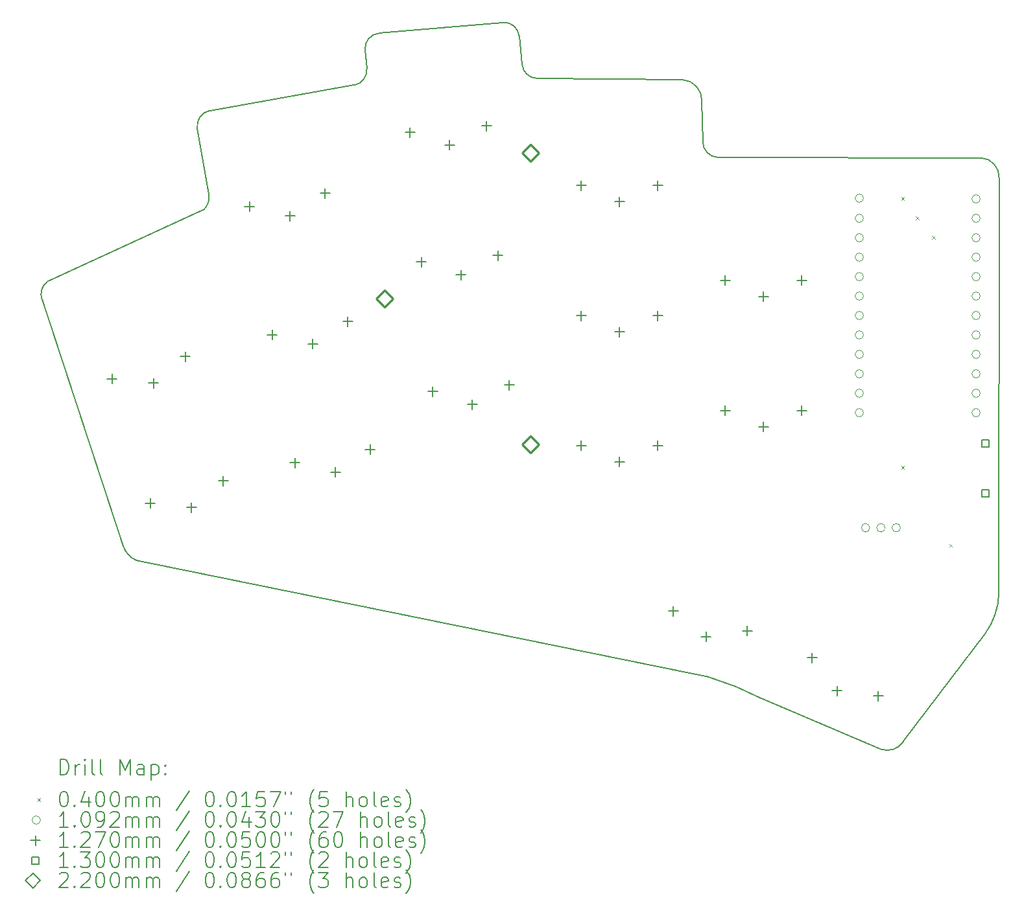
<source format=gbr>
%FSLAX45Y45*%
G04 Gerber Fmt 4.5, Leading zero omitted, Abs format (unit mm)*
G04 Created by KiCad (PCBNEW (6.0.4-0)) date 2022-05-16 08:39:34*
%MOMM*%
%LPD*%
G01*
G04 APERTURE LIST*
%TA.AperFunction,Profile*%
%ADD10C,0.150000*%
%TD*%
%ADD11C,0.200000*%
%ADD12C,0.040000*%
%ADD13C,0.109220*%
%ADD14C,0.127000*%
%ADD15C,0.130000*%
%ADD16C,0.220000*%
G04 APERTURE END LIST*
D10*
X6193308Y11268038D02*
X8077793Y11600323D01*
X12617390Y11393371D02*
G75*
G03*
X12363394Y11672771I-271530J8309D01*
G01*
X4064822Y9026729D02*
G75*
G03*
X4000538Y8804935I127368J-157129D01*
G01*
X4064821Y9026731D02*
X6108103Y9966950D01*
X10469953Y11689307D02*
X12363394Y11672771D01*
X13396679Y3584025D02*
G75*
G03*
X12710879Y3863425I-1793729J-3421425D01*
G01*
X10270710Y11871876D02*
G75*
G03*
X10469953Y11689307I199250J17444D01*
G01*
X16260102Y10651714D02*
X12830714Y10656418D01*
X12627823Y10859110D02*
G75*
G03*
X12830714Y10656418I208327J5640D01*
G01*
X8402406Y12279469D02*
X10016242Y12420661D01*
X14946079Y2923625D02*
G75*
G03*
X15250879Y3025225I90370J236891D01*
G01*
X12710879Y3863425D02*
X5232567Y5391664D01*
X4000538Y8804935D02*
X5064080Y5574684D01*
X5064080Y5574684D02*
G75*
G03*
X5232567Y5391664I284371J92726D01*
G01*
X14946079Y2923625D02*
X13396679Y3584025D01*
X16320418Y4439488D02*
G75*
G03*
X16494826Y4955625I-764421J545843D01*
G01*
X8242303Y11814716D02*
X8220598Y12062799D01*
X6108103Y9966950D02*
G75*
G03*
X6182043Y10176232I-151733J171310D01*
G01*
X16494826Y4955625D02*
X16498230Y10381255D01*
X10232913Y12238854D02*
G75*
G03*
X10016242Y12420661I-199233J-17424D01*
G01*
X15250879Y3025225D02*
X16320418Y4439488D01*
X6031076Y11036347D02*
X6182043Y10176232D01*
X8077794Y11600323D02*
G75*
G03*
X8242303Y11814716I-34724J196957D01*
G01*
X12627819Y10859110D02*
X12617394Y11393371D01*
X16498224Y10381255D02*
G75*
G03*
X16260102Y10651714I-253545J16825D01*
G01*
X10232912Y12238854D02*
X10270714Y11871876D01*
X6193307Y11268044D02*
G75*
G03*
X6031076Y11036347I34733J-196964D01*
G01*
X8402407Y12279462D02*
G75*
G03*
X8220598Y12062799I17423J-199232D01*
G01*
D11*
D12*
X15220000Y10141314D02*
X15260000Y10101314D01*
X15260000Y10141314D02*
X15220000Y10101314D01*
X15220000Y6624000D02*
X15260000Y6584000D01*
X15260000Y6624000D02*
X15220000Y6584000D01*
X15410459Y9885043D02*
X15450459Y9845043D01*
X15450459Y9885043D02*
X15410459Y9845043D01*
X15618978Y9630635D02*
X15658978Y9590635D01*
X15658978Y9630635D02*
X15618978Y9590635D01*
X15846125Y5604462D02*
X15886125Y5564462D01*
X15886125Y5604462D02*
X15846125Y5564462D01*
D13*
X14728331Y10122629D02*
G75*
G03*
X14728331Y10122629I-54610J0D01*
G01*
X14728331Y9860254D02*
G75*
G03*
X14728331Y9860254I-54610J0D01*
G01*
X14728331Y9606254D02*
G75*
G03*
X14728331Y9606254I-54610J0D01*
G01*
X14728331Y9352254D02*
G75*
G03*
X14728331Y9352254I-54610J0D01*
G01*
X14728331Y9098254D02*
G75*
G03*
X14728331Y9098254I-54610J0D01*
G01*
X14728331Y8844254D02*
G75*
G03*
X14728331Y8844254I-54610J0D01*
G01*
X14728331Y8590254D02*
G75*
G03*
X14728331Y8590254I-54610J0D01*
G01*
X14728331Y8336254D02*
G75*
G03*
X14728331Y8336254I-54610J0D01*
G01*
X14728331Y8082254D02*
G75*
G03*
X14728331Y8082254I-54610J0D01*
G01*
X14728331Y7828254D02*
G75*
G03*
X14728331Y7828254I-54610J0D01*
G01*
X14728331Y7574254D02*
G75*
G03*
X14728331Y7574254I-54610J0D01*
G01*
X14728331Y7320254D02*
G75*
G03*
X14728331Y7320254I-54610J0D01*
G01*
X14809150Y5816368D02*
G75*
G03*
X14809150Y5816368I-54610J0D01*
G01*
X15009150Y5816368D02*
G75*
G03*
X15009150Y5816368I-54610J0D01*
G01*
X15209150Y5816368D02*
G75*
G03*
X15209150Y5816368I-54610J0D01*
G01*
X16252331Y10114254D02*
G75*
G03*
X16252331Y10114254I-54610J0D01*
G01*
X16252331Y9860254D02*
G75*
G03*
X16252331Y9860254I-54610J0D01*
G01*
X16252331Y9606254D02*
G75*
G03*
X16252331Y9606254I-54610J0D01*
G01*
X16252331Y9352254D02*
G75*
G03*
X16252331Y9352254I-54610J0D01*
G01*
X16252331Y9098254D02*
G75*
G03*
X16252331Y9098254I-54610J0D01*
G01*
X16252331Y8844254D02*
G75*
G03*
X16252331Y8844254I-54610J0D01*
G01*
X16252331Y8590254D02*
G75*
G03*
X16252331Y8590254I-54610J0D01*
G01*
X16252331Y8336254D02*
G75*
G03*
X16252331Y8336254I-54610J0D01*
G01*
X16252331Y8082254D02*
G75*
G03*
X16252331Y8082254I-54610J0D01*
G01*
X16252331Y7828254D02*
G75*
G03*
X16252331Y7828254I-54610J0D01*
G01*
X16252331Y7574254D02*
G75*
G03*
X16252331Y7574254I-54610J0D01*
G01*
X16252331Y7320254D02*
G75*
G03*
X16252331Y7320254I-54610J0D01*
G01*
D14*
X4917175Y7826915D02*
X4917175Y7699915D01*
X4853675Y7763415D02*
X4980675Y7763415D01*
X5414207Y6201196D02*
X5414207Y6074196D01*
X5350707Y6137696D02*
X5477707Y6137696D01*
X5456725Y7772276D02*
X5456725Y7645276D01*
X5393225Y7708776D02*
X5520225Y7708776D01*
X5456725Y7772276D02*
X5456725Y7645276D01*
X5393225Y7708776D02*
X5520225Y7708776D01*
X5873479Y8119286D02*
X5873479Y7992286D01*
X5809979Y8055786D02*
X5936979Y8055786D01*
X5953757Y6146558D02*
X5953757Y6019558D01*
X5890257Y6083058D02*
X6017257Y6083058D01*
X5953757Y6146558D02*
X5953757Y6019558D01*
X5890257Y6083058D02*
X6017257Y6083058D01*
X6370511Y6493568D02*
X6370511Y6366568D01*
X6307011Y6430068D02*
X6434011Y6430068D01*
X6712293Y10076956D02*
X6712293Y9949956D01*
X6648793Y10013456D02*
X6775793Y10013456D01*
X7007495Y8402783D02*
X7007495Y8275782D01*
X6943995Y8339282D02*
X7070995Y8339282D01*
X7241163Y9956970D02*
X7241163Y9829970D01*
X7177663Y9893470D02*
X7304663Y9893470D01*
X7241163Y9956970D02*
X7241163Y9829970D01*
X7177663Y9893470D02*
X7304663Y9893470D01*
X7302697Y6728609D02*
X7302697Y6601609D01*
X7239197Y6665109D02*
X7366197Y6665109D01*
X7536365Y8282797D02*
X7536365Y8155797D01*
X7472865Y8219297D02*
X7599865Y8219297D01*
X7536365Y8282797D02*
X7536365Y8155797D01*
X7472865Y8219297D02*
X7599865Y8219297D01*
X7697101Y10250604D02*
X7697101Y10123604D01*
X7633601Y10187104D02*
X7760601Y10187104D01*
X7831567Y6608624D02*
X7831567Y6481624D01*
X7768067Y6545124D02*
X7895067Y6545124D01*
X7831567Y6608624D02*
X7831567Y6481624D01*
X7768067Y6545124D02*
X7895067Y6545124D01*
X7992303Y8576431D02*
X7992303Y8449431D01*
X7928803Y8512931D02*
X8055803Y8512931D01*
X8287505Y6902257D02*
X8287505Y6775257D01*
X8224005Y6838757D02*
X8351005Y6838757D01*
X8809021Y11046316D02*
X8809021Y10919316D01*
X8745521Y10982816D02*
X8872521Y10982816D01*
X8957186Y9352785D02*
X8957186Y9225785D01*
X8893686Y9289285D02*
X9020686Y9289285D01*
X9105351Y7659254D02*
X9105351Y7532254D01*
X9041851Y7595754D02*
X9168851Y7595754D01*
X9325422Y10880693D02*
X9325422Y10753693D01*
X9261922Y10817193D02*
X9388922Y10817193D01*
X9325422Y10880693D02*
X9325422Y10753693D01*
X9261922Y10817193D02*
X9388922Y10817193D01*
X9473586Y9187162D02*
X9473586Y9060162D01*
X9410086Y9123662D02*
X9537086Y9123662D01*
X9473586Y9187162D02*
X9473586Y9060162D01*
X9410086Y9123662D02*
X9537086Y9123662D01*
X9621751Y7493631D02*
X9621751Y7366631D01*
X9558251Y7430131D02*
X9685251Y7430131D01*
X9621751Y7493631D02*
X9621751Y7366631D01*
X9558251Y7430131D02*
X9685251Y7430131D01*
X9805216Y11133472D02*
X9805216Y11006472D01*
X9741716Y11069972D02*
X9868716Y11069972D01*
X9953381Y9439941D02*
X9953381Y9312941D01*
X9889881Y9376441D02*
X10016881Y9376441D01*
X10101546Y7746410D02*
X10101546Y7619410D01*
X10038046Y7682910D02*
X10165046Y7682910D01*
X11041109Y10352102D02*
X11041109Y10225102D01*
X10977609Y10288602D02*
X11104609Y10288602D01*
X11041109Y8652102D02*
X11041109Y8525102D01*
X10977609Y8588602D02*
X11104609Y8588602D01*
X11041109Y6952102D02*
X11041109Y6825102D01*
X10977609Y6888602D02*
X11104609Y6888602D01*
X11541109Y10142102D02*
X11541109Y10015102D01*
X11477609Y10078602D02*
X11604609Y10078602D01*
X11541109Y10142102D02*
X11541109Y10015102D01*
X11477609Y10078602D02*
X11604609Y10078602D01*
X11541109Y8442102D02*
X11541109Y8315102D01*
X11477609Y8378602D02*
X11604609Y8378602D01*
X11541109Y8442102D02*
X11541109Y8315102D01*
X11477609Y8378602D02*
X11604609Y8378602D01*
X11541109Y6742102D02*
X11541109Y6615102D01*
X11477609Y6678602D02*
X11604609Y6678602D01*
X11541109Y6742102D02*
X11541109Y6615102D01*
X11477609Y6678602D02*
X11604609Y6678602D01*
X12041109Y10352102D02*
X12041109Y10225102D01*
X11977609Y10288602D02*
X12104609Y10288602D01*
X12041109Y8652102D02*
X12041109Y8525102D01*
X11977609Y8588602D02*
X12104609Y8588602D01*
X12041109Y6952102D02*
X12041109Y6825102D01*
X11977609Y6888602D02*
X12104609Y6888602D01*
X12242592Y4790768D02*
X12242592Y4663768D01*
X12179092Y4727268D02*
X12306092Y4727268D01*
X12671203Y4458514D02*
X12671203Y4331514D01*
X12607703Y4395014D02*
X12734703Y4395014D01*
X12671203Y4458514D02*
X12671203Y4331514D01*
X12607703Y4395014D02*
X12734703Y4395014D01*
X12921828Y9111385D02*
X12921828Y8984385D01*
X12858328Y9047885D02*
X12985328Y9047885D01*
X12921828Y7411385D02*
X12921828Y7284385D01*
X12858328Y7347885D02*
X12985328Y7347885D01*
X13208518Y4531949D02*
X13208518Y4404949D01*
X13145018Y4468449D02*
X13272018Y4468449D01*
X13421828Y8901385D02*
X13421828Y8774385D01*
X13358328Y8837885D02*
X13485328Y8837885D01*
X13421828Y8901385D02*
X13421828Y8774385D01*
X13358328Y8837885D02*
X13485328Y8837885D01*
X13421828Y7201385D02*
X13421828Y7074385D01*
X13358328Y7137885D02*
X13485328Y7137885D01*
X13421828Y7201385D02*
X13421828Y7074385D01*
X13358328Y7137885D02*
X13485328Y7137885D01*
X13921828Y9111385D02*
X13921828Y8984385D01*
X13858328Y9047885D02*
X13985328Y9047885D01*
X13921828Y7411385D02*
X13921828Y7284385D01*
X13858328Y7347885D02*
X13985328Y7347885D01*
X14054654Y4181468D02*
X14054654Y4054468D01*
X13991154Y4117968D02*
X14118154Y4117968D01*
X14382666Y3749603D02*
X14382666Y3622603D01*
X14319166Y3686103D02*
X14446166Y3686103D01*
X14382666Y3749603D02*
X14382666Y3622603D01*
X14319166Y3686103D02*
X14446166Y3686103D01*
X14920679Y3681468D02*
X14920679Y3554468D01*
X14857179Y3617968D02*
X14984179Y3617968D01*
D15*
X16366281Y6869289D02*
X16366281Y6961214D01*
X16274357Y6961214D01*
X16274357Y6869289D01*
X16366281Y6869289D01*
X16366281Y6219289D02*
X16366281Y6311214D01*
X16274357Y6311214D01*
X16274357Y6219289D01*
X16366281Y6219289D01*
D16*
X8474722Y8704143D02*
X8584722Y8814143D01*
X8474722Y8924143D01*
X8364722Y8814143D01*
X8474722Y8704143D01*
X10379722Y10609143D02*
X10489722Y10719143D01*
X10379722Y10829143D01*
X10269722Y10719143D01*
X10379722Y10609143D01*
X10379722Y6799143D02*
X10489722Y6909143D01*
X10379722Y7019143D01*
X10269722Y6909143D01*
X10379722Y6799143D01*
D11*
X4240042Y2588997D02*
X4240042Y2788997D01*
X4287661Y2788997D01*
X4316233Y2779473D01*
X4335280Y2760426D01*
X4344804Y2741378D01*
X4354328Y2703283D01*
X4354328Y2674711D01*
X4344804Y2636616D01*
X4335280Y2617568D01*
X4316233Y2598521D01*
X4287661Y2588997D01*
X4240042Y2588997D01*
X4440042Y2588997D02*
X4440042Y2722330D01*
X4440042Y2684235D02*
X4449566Y2703283D01*
X4459090Y2712807D01*
X4478137Y2722330D01*
X4497185Y2722330D01*
X4563852Y2588997D02*
X4563852Y2722330D01*
X4563852Y2788997D02*
X4554328Y2779473D01*
X4563852Y2769949D01*
X4573375Y2779473D01*
X4563852Y2788997D01*
X4563852Y2769949D01*
X4687661Y2588997D02*
X4668614Y2598521D01*
X4659090Y2617568D01*
X4659090Y2788997D01*
X4792423Y2588997D02*
X4773375Y2598521D01*
X4763852Y2617568D01*
X4763852Y2788997D01*
X5020995Y2588997D02*
X5020995Y2788997D01*
X5087661Y2646140D01*
X5154328Y2788997D01*
X5154328Y2588997D01*
X5335280Y2588997D02*
X5335280Y2693759D01*
X5325756Y2712807D01*
X5306709Y2722330D01*
X5268614Y2722330D01*
X5249566Y2712807D01*
X5335280Y2598521D02*
X5316233Y2588997D01*
X5268614Y2588997D01*
X5249566Y2598521D01*
X5240042Y2617568D01*
X5240042Y2636616D01*
X5249566Y2655664D01*
X5268614Y2665187D01*
X5316233Y2665187D01*
X5335280Y2674711D01*
X5430518Y2722330D02*
X5430518Y2522330D01*
X5430518Y2712807D02*
X5449566Y2722330D01*
X5487661Y2722330D01*
X5506709Y2712807D01*
X5516233Y2703283D01*
X5525756Y2684235D01*
X5525756Y2627092D01*
X5516233Y2608045D01*
X5506709Y2598521D01*
X5487661Y2588997D01*
X5449566Y2588997D01*
X5430518Y2598521D01*
X5611471Y2608045D02*
X5620994Y2598521D01*
X5611471Y2588997D01*
X5601947Y2598521D01*
X5611471Y2608045D01*
X5611471Y2588997D01*
X5611471Y2712807D02*
X5620994Y2703283D01*
X5611471Y2693759D01*
X5601947Y2703283D01*
X5611471Y2712807D01*
X5611471Y2693759D01*
D12*
X3942423Y2279473D02*
X3982423Y2239473D01*
X3982423Y2279473D02*
X3942423Y2239473D01*
D11*
X4278137Y2368997D02*
X4297185Y2368997D01*
X4316233Y2359473D01*
X4325756Y2349949D01*
X4335280Y2330902D01*
X4344804Y2292807D01*
X4344804Y2245187D01*
X4335280Y2207092D01*
X4325756Y2188045D01*
X4316233Y2178521D01*
X4297185Y2168997D01*
X4278137Y2168997D01*
X4259090Y2178521D01*
X4249566Y2188045D01*
X4240042Y2207092D01*
X4230518Y2245187D01*
X4230518Y2292807D01*
X4240042Y2330902D01*
X4249566Y2349949D01*
X4259090Y2359473D01*
X4278137Y2368997D01*
X4430518Y2188045D02*
X4440042Y2178521D01*
X4430518Y2168997D01*
X4420995Y2178521D01*
X4430518Y2188045D01*
X4430518Y2168997D01*
X4611471Y2302330D02*
X4611471Y2168997D01*
X4563852Y2378521D02*
X4516233Y2235664D01*
X4640042Y2235664D01*
X4754328Y2368997D02*
X4773375Y2368997D01*
X4792423Y2359473D01*
X4801947Y2349949D01*
X4811471Y2330902D01*
X4820995Y2292807D01*
X4820995Y2245187D01*
X4811471Y2207092D01*
X4801947Y2188045D01*
X4792423Y2178521D01*
X4773375Y2168997D01*
X4754328Y2168997D01*
X4735280Y2178521D01*
X4725756Y2188045D01*
X4716233Y2207092D01*
X4706709Y2245187D01*
X4706709Y2292807D01*
X4716233Y2330902D01*
X4725756Y2349949D01*
X4735280Y2359473D01*
X4754328Y2368997D01*
X4944804Y2368997D02*
X4963852Y2368997D01*
X4982899Y2359473D01*
X4992423Y2349949D01*
X5001947Y2330902D01*
X5011471Y2292807D01*
X5011471Y2245187D01*
X5001947Y2207092D01*
X4992423Y2188045D01*
X4982899Y2178521D01*
X4963852Y2168997D01*
X4944804Y2168997D01*
X4925756Y2178521D01*
X4916233Y2188045D01*
X4906709Y2207092D01*
X4897185Y2245187D01*
X4897185Y2292807D01*
X4906709Y2330902D01*
X4916233Y2349949D01*
X4925756Y2359473D01*
X4944804Y2368997D01*
X5097185Y2168997D02*
X5097185Y2302330D01*
X5097185Y2283283D02*
X5106709Y2292807D01*
X5125756Y2302330D01*
X5154328Y2302330D01*
X5173375Y2292807D01*
X5182899Y2273759D01*
X5182899Y2168997D01*
X5182899Y2273759D02*
X5192423Y2292807D01*
X5211471Y2302330D01*
X5240042Y2302330D01*
X5259090Y2292807D01*
X5268614Y2273759D01*
X5268614Y2168997D01*
X5363852Y2168997D02*
X5363852Y2302330D01*
X5363852Y2283283D02*
X5373375Y2292807D01*
X5392423Y2302330D01*
X5420995Y2302330D01*
X5440042Y2292807D01*
X5449566Y2273759D01*
X5449566Y2168997D01*
X5449566Y2273759D02*
X5459090Y2292807D01*
X5478137Y2302330D01*
X5506709Y2302330D01*
X5525756Y2292807D01*
X5535280Y2273759D01*
X5535280Y2168997D01*
X5925756Y2378521D02*
X5754328Y2121378D01*
X6182899Y2368997D02*
X6201947Y2368997D01*
X6220994Y2359473D01*
X6230518Y2349949D01*
X6240042Y2330902D01*
X6249566Y2292807D01*
X6249566Y2245187D01*
X6240042Y2207092D01*
X6230518Y2188045D01*
X6220994Y2178521D01*
X6201947Y2168997D01*
X6182899Y2168997D01*
X6163852Y2178521D01*
X6154328Y2188045D01*
X6144804Y2207092D01*
X6135280Y2245187D01*
X6135280Y2292807D01*
X6144804Y2330902D01*
X6154328Y2349949D01*
X6163852Y2359473D01*
X6182899Y2368997D01*
X6335280Y2188045D02*
X6344804Y2178521D01*
X6335280Y2168997D01*
X6325756Y2178521D01*
X6335280Y2188045D01*
X6335280Y2168997D01*
X6468613Y2368997D02*
X6487661Y2368997D01*
X6506709Y2359473D01*
X6516233Y2349949D01*
X6525756Y2330902D01*
X6535280Y2292807D01*
X6535280Y2245187D01*
X6525756Y2207092D01*
X6516233Y2188045D01*
X6506709Y2178521D01*
X6487661Y2168997D01*
X6468613Y2168997D01*
X6449566Y2178521D01*
X6440042Y2188045D01*
X6430518Y2207092D01*
X6420994Y2245187D01*
X6420994Y2292807D01*
X6430518Y2330902D01*
X6440042Y2349949D01*
X6449566Y2359473D01*
X6468613Y2368997D01*
X6725756Y2168997D02*
X6611471Y2168997D01*
X6668613Y2168997D02*
X6668613Y2368997D01*
X6649566Y2340426D01*
X6630518Y2321378D01*
X6611471Y2311854D01*
X6906709Y2368997D02*
X6811471Y2368997D01*
X6801947Y2273759D01*
X6811471Y2283283D01*
X6830518Y2292807D01*
X6878137Y2292807D01*
X6897185Y2283283D01*
X6906709Y2273759D01*
X6916233Y2254711D01*
X6916233Y2207092D01*
X6906709Y2188045D01*
X6897185Y2178521D01*
X6878137Y2168997D01*
X6830518Y2168997D01*
X6811471Y2178521D01*
X6801947Y2188045D01*
X6982899Y2368997D02*
X7116233Y2368997D01*
X7030518Y2168997D01*
X7182899Y2368997D02*
X7182899Y2330902D01*
X7259090Y2368997D02*
X7259090Y2330902D01*
X7554328Y2092806D02*
X7544804Y2102330D01*
X7525756Y2130902D01*
X7516233Y2149949D01*
X7506709Y2178521D01*
X7497185Y2226140D01*
X7497185Y2264235D01*
X7506709Y2311854D01*
X7516233Y2340426D01*
X7525756Y2359473D01*
X7544804Y2388045D01*
X7554328Y2397568D01*
X7725756Y2368997D02*
X7630518Y2368997D01*
X7620994Y2273759D01*
X7630518Y2283283D01*
X7649566Y2292807D01*
X7697185Y2292807D01*
X7716233Y2283283D01*
X7725756Y2273759D01*
X7735280Y2254711D01*
X7735280Y2207092D01*
X7725756Y2188045D01*
X7716233Y2178521D01*
X7697185Y2168997D01*
X7649566Y2168997D01*
X7630518Y2178521D01*
X7620994Y2188045D01*
X7973375Y2168997D02*
X7973375Y2368997D01*
X8059090Y2168997D02*
X8059090Y2273759D01*
X8049566Y2292807D01*
X8030518Y2302330D01*
X8001947Y2302330D01*
X7982899Y2292807D01*
X7973375Y2283283D01*
X8182899Y2168997D02*
X8163852Y2178521D01*
X8154328Y2188045D01*
X8144804Y2207092D01*
X8144804Y2264235D01*
X8154328Y2283283D01*
X8163852Y2292807D01*
X8182899Y2302330D01*
X8211471Y2302330D01*
X8230518Y2292807D01*
X8240042Y2283283D01*
X8249566Y2264235D01*
X8249566Y2207092D01*
X8240042Y2188045D01*
X8230518Y2178521D01*
X8211471Y2168997D01*
X8182899Y2168997D01*
X8363852Y2168997D02*
X8344804Y2178521D01*
X8335280Y2197568D01*
X8335280Y2368997D01*
X8516233Y2178521D02*
X8497185Y2168997D01*
X8459090Y2168997D01*
X8440042Y2178521D01*
X8430518Y2197568D01*
X8430518Y2273759D01*
X8440042Y2292807D01*
X8459090Y2302330D01*
X8497185Y2302330D01*
X8516233Y2292807D01*
X8525756Y2273759D01*
X8525756Y2254711D01*
X8430518Y2235664D01*
X8601947Y2178521D02*
X8620995Y2168997D01*
X8659090Y2168997D01*
X8678137Y2178521D01*
X8687661Y2197568D01*
X8687661Y2207092D01*
X8678137Y2226140D01*
X8659090Y2235664D01*
X8630518Y2235664D01*
X8611471Y2245187D01*
X8601947Y2264235D01*
X8601947Y2273759D01*
X8611471Y2292807D01*
X8630518Y2302330D01*
X8659090Y2302330D01*
X8678137Y2292807D01*
X8754328Y2092806D02*
X8763852Y2102330D01*
X8782899Y2130902D01*
X8792423Y2149949D01*
X8801947Y2178521D01*
X8811471Y2226140D01*
X8811471Y2264235D01*
X8801947Y2311854D01*
X8792423Y2340426D01*
X8782899Y2359473D01*
X8763852Y2388045D01*
X8754328Y2397568D01*
D13*
X3982423Y1995473D02*
G75*
G03*
X3982423Y1995473I-54610J0D01*
G01*
D11*
X4344804Y1904997D02*
X4230518Y1904997D01*
X4287661Y1904997D02*
X4287661Y2104997D01*
X4268614Y2076425D01*
X4249566Y2057378D01*
X4230518Y2047854D01*
X4430518Y1924045D02*
X4440042Y1914521D01*
X4430518Y1904997D01*
X4420995Y1914521D01*
X4430518Y1924045D01*
X4430518Y1904997D01*
X4563852Y2104997D02*
X4582899Y2104997D01*
X4601947Y2095473D01*
X4611471Y2085949D01*
X4620995Y2066902D01*
X4630518Y2028806D01*
X4630518Y1981187D01*
X4620995Y1943092D01*
X4611471Y1924045D01*
X4601947Y1914521D01*
X4582899Y1904997D01*
X4563852Y1904997D01*
X4544804Y1914521D01*
X4535280Y1924045D01*
X4525756Y1943092D01*
X4516233Y1981187D01*
X4516233Y2028806D01*
X4525756Y2066902D01*
X4535280Y2085949D01*
X4544804Y2095473D01*
X4563852Y2104997D01*
X4725756Y1904997D02*
X4763852Y1904997D01*
X4782899Y1914521D01*
X4792423Y1924045D01*
X4811471Y1952616D01*
X4820995Y1990711D01*
X4820995Y2066902D01*
X4811471Y2085949D01*
X4801947Y2095473D01*
X4782899Y2104997D01*
X4744804Y2104997D01*
X4725756Y2095473D01*
X4716233Y2085949D01*
X4706709Y2066902D01*
X4706709Y2019283D01*
X4716233Y2000235D01*
X4725756Y1990711D01*
X4744804Y1981187D01*
X4782899Y1981187D01*
X4801947Y1990711D01*
X4811471Y2000235D01*
X4820995Y2019283D01*
X4897185Y2085949D02*
X4906709Y2095473D01*
X4925756Y2104997D01*
X4973375Y2104997D01*
X4992423Y2095473D01*
X5001947Y2085949D01*
X5011471Y2066902D01*
X5011471Y2047854D01*
X5001947Y2019283D01*
X4887661Y1904997D01*
X5011471Y1904997D01*
X5097185Y1904997D02*
X5097185Y2038330D01*
X5097185Y2019283D02*
X5106709Y2028806D01*
X5125756Y2038330D01*
X5154328Y2038330D01*
X5173375Y2028806D01*
X5182899Y2009759D01*
X5182899Y1904997D01*
X5182899Y2009759D02*
X5192423Y2028806D01*
X5211471Y2038330D01*
X5240042Y2038330D01*
X5259090Y2028806D01*
X5268614Y2009759D01*
X5268614Y1904997D01*
X5363852Y1904997D02*
X5363852Y2038330D01*
X5363852Y2019283D02*
X5373375Y2028806D01*
X5392423Y2038330D01*
X5420995Y2038330D01*
X5440042Y2028806D01*
X5449566Y2009759D01*
X5449566Y1904997D01*
X5449566Y2009759D02*
X5459090Y2028806D01*
X5478137Y2038330D01*
X5506709Y2038330D01*
X5525756Y2028806D01*
X5535280Y2009759D01*
X5535280Y1904997D01*
X5925756Y2114521D02*
X5754328Y1857378D01*
X6182899Y2104997D02*
X6201947Y2104997D01*
X6220994Y2095473D01*
X6230518Y2085949D01*
X6240042Y2066902D01*
X6249566Y2028806D01*
X6249566Y1981187D01*
X6240042Y1943092D01*
X6230518Y1924045D01*
X6220994Y1914521D01*
X6201947Y1904997D01*
X6182899Y1904997D01*
X6163852Y1914521D01*
X6154328Y1924045D01*
X6144804Y1943092D01*
X6135280Y1981187D01*
X6135280Y2028806D01*
X6144804Y2066902D01*
X6154328Y2085949D01*
X6163852Y2095473D01*
X6182899Y2104997D01*
X6335280Y1924045D02*
X6344804Y1914521D01*
X6335280Y1904997D01*
X6325756Y1914521D01*
X6335280Y1924045D01*
X6335280Y1904997D01*
X6468613Y2104997D02*
X6487661Y2104997D01*
X6506709Y2095473D01*
X6516233Y2085949D01*
X6525756Y2066902D01*
X6535280Y2028806D01*
X6535280Y1981187D01*
X6525756Y1943092D01*
X6516233Y1924045D01*
X6506709Y1914521D01*
X6487661Y1904997D01*
X6468613Y1904997D01*
X6449566Y1914521D01*
X6440042Y1924045D01*
X6430518Y1943092D01*
X6420994Y1981187D01*
X6420994Y2028806D01*
X6430518Y2066902D01*
X6440042Y2085949D01*
X6449566Y2095473D01*
X6468613Y2104997D01*
X6706709Y2038330D02*
X6706709Y1904997D01*
X6659090Y2114521D02*
X6611471Y1971664D01*
X6735280Y1971664D01*
X6792423Y2104997D02*
X6916233Y2104997D01*
X6849566Y2028806D01*
X6878137Y2028806D01*
X6897185Y2019283D01*
X6906709Y2009759D01*
X6916233Y1990711D01*
X6916233Y1943092D01*
X6906709Y1924045D01*
X6897185Y1914521D01*
X6878137Y1904997D01*
X6820994Y1904997D01*
X6801947Y1914521D01*
X6792423Y1924045D01*
X7040042Y2104997D02*
X7059090Y2104997D01*
X7078137Y2095473D01*
X7087661Y2085949D01*
X7097185Y2066902D01*
X7106709Y2028806D01*
X7106709Y1981187D01*
X7097185Y1943092D01*
X7087661Y1924045D01*
X7078137Y1914521D01*
X7059090Y1904997D01*
X7040042Y1904997D01*
X7020994Y1914521D01*
X7011471Y1924045D01*
X7001947Y1943092D01*
X6992423Y1981187D01*
X6992423Y2028806D01*
X7001947Y2066902D01*
X7011471Y2085949D01*
X7020994Y2095473D01*
X7040042Y2104997D01*
X7182899Y2104997D02*
X7182899Y2066902D01*
X7259090Y2104997D02*
X7259090Y2066902D01*
X7554328Y1828806D02*
X7544804Y1838330D01*
X7525756Y1866902D01*
X7516233Y1885949D01*
X7506709Y1914521D01*
X7497185Y1962140D01*
X7497185Y2000235D01*
X7506709Y2047854D01*
X7516233Y2076425D01*
X7525756Y2095473D01*
X7544804Y2124045D01*
X7554328Y2133568D01*
X7620994Y2085949D02*
X7630518Y2095473D01*
X7649566Y2104997D01*
X7697185Y2104997D01*
X7716233Y2095473D01*
X7725756Y2085949D01*
X7735280Y2066902D01*
X7735280Y2047854D01*
X7725756Y2019283D01*
X7611471Y1904997D01*
X7735280Y1904997D01*
X7801947Y2104997D02*
X7935280Y2104997D01*
X7849566Y1904997D01*
X8163852Y1904997D02*
X8163852Y2104997D01*
X8249566Y1904997D02*
X8249566Y2009759D01*
X8240042Y2028806D01*
X8220994Y2038330D01*
X8192423Y2038330D01*
X8173375Y2028806D01*
X8163852Y2019283D01*
X8373375Y1904997D02*
X8354328Y1914521D01*
X8344804Y1924045D01*
X8335280Y1943092D01*
X8335280Y2000235D01*
X8344804Y2019283D01*
X8354328Y2028806D01*
X8373375Y2038330D01*
X8401947Y2038330D01*
X8420995Y2028806D01*
X8430518Y2019283D01*
X8440042Y2000235D01*
X8440042Y1943092D01*
X8430518Y1924045D01*
X8420995Y1914521D01*
X8401947Y1904997D01*
X8373375Y1904997D01*
X8554328Y1904997D02*
X8535280Y1914521D01*
X8525756Y1933568D01*
X8525756Y2104997D01*
X8706709Y1914521D02*
X8687661Y1904997D01*
X8649566Y1904997D01*
X8630518Y1914521D01*
X8620995Y1933568D01*
X8620995Y2009759D01*
X8630518Y2028806D01*
X8649566Y2038330D01*
X8687661Y2038330D01*
X8706709Y2028806D01*
X8716233Y2009759D01*
X8716233Y1990711D01*
X8620995Y1971664D01*
X8792423Y1914521D02*
X8811471Y1904997D01*
X8849566Y1904997D01*
X8868614Y1914521D01*
X8878137Y1933568D01*
X8878137Y1943092D01*
X8868614Y1962140D01*
X8849566Y1971664D01*
X8820995Y1971664D01*
X8801947Y1981187D01*
X8792423Y2000235D01*
X8792423Y2009759D01*
X8801947Y2028806D01*
X8820995Y2038330D01*
X8849566Y2038330D01*
X8868614Y2028806D01*
X8944804Y1828806D02*
X8954328Y1838330D01*
X8973375Y1866902D01*
X8982899Y1885949D01*
X8992423Y1914521D01*
X9001947Y1962140D01*
X9001947Y2000235D01*
X8992423Y2047854D01*
X8982899Y2076425D01*
X8973375Y2095473D01*
X8954328Y2124045D01*
X8944804Y2133568D01*
D14*
X3918923Y1794973D02*
X3918923Y1667973D01*
X3855423Y1731473D02*
X3982423Y1731473D01*
D11*
X4344804Y1640997D02*
X4230518Y1640997D01*
X4287661Y1640997D02*
X4287661Y1840997D01*
X4268614Y1812425D01*
X4249566Y1793378D01*
X4230518Y1783854D01*
X4430518Y1660045D02*
X4440042Y1650521D01*
X4430518Y1640997D01*
X4420995Y1650521D01*
X4430518Y1660045D01*
X4430518Y1640997D01*
X4516233Y1821949D02*
X4525756Y1831473D01*
X4544804Y1840997D01*
X4592423Y1840997D01*
X4611471Y1831473D01*
X4620995Y1821949D01*
X4630518Y1802902D01*
X4630518Y1783854D01*
X4620995Y1755283D01*
X4506709Y1640997D01*
X4630518Y1640997D01*
X4697185Y1840997D02*
X4830518Y1840997D01*
X4744804Y1640997D01*
X4944804Y1840997D02*
X4963852Y1840997D01*
X4982899Y1831473D01*
X4992423Y1821949D01*
X5001947Y1802902D01*
X5011471Y1764806D01*
X5011471Y1717187D01*
X5001947Y1679092D01*
X4992423Y1660045D01*
X4982899Y1650521D01*
X4963852Y1640997D01*
X4944804Y1640997D01*
X4925756Y1650521D01*
X4916233Y1660045D01*
X4906709Y1679092D01*
X4897185Y1717187D01*
X4897185Y1764806D01*
X4906709Y1802902D01*
X4916233Y1821949D01*
X4925756Y1831473D01*
X4944804Y1840997D01*
X5097185Y1640997D02*
X5097185Y1774330D01*
X5097185Y1755283D02*
X5106709Y1764806D01*
X5125756Y1774330D01*
X5154328Y1774330D01*
X5173375Y1764806D01*
X5182899Y1745759D01*
X5182899Y1640997D01*
X5182899Y1745759D02*
X5192423Y1764806D01*
X5211471Y1774330D01*
X5240042Y1774330D01*
X5259090Y1764806D01*
X5268614Y1745759D01*
X5268614Y1640997D01*
X5363852Y1640997D02*
X5363852Y1774330D01*
X5363852Y1755283D02*
X5373375Y1764806D01*
X5392423Y1774330D01*
X5420995Y1774330D01*
X5440042Y1764806D01*
X5449566Y1745759D01*
X5449566Y1640997D01*
X5449566Y1745759D02*
X5459090Y1764806D01*
X5478137Y1774330D01*
X5506709Y1774330D01*
X5525756Y1764806D01*
X5535280Y1745759D01*
X5535280Y1640997D01*
X5925756Y1850521D02*
X5754328Y1593378D01*
X6182899Y1840997D02*
X6201947Y1840997D01*
X6220994Y1831473D01*
X6230518Y1821949D01*
X6240042Y1802902D01*
X6249566Y1764806D01*
X6249566Y1717187D01*
X6240042Y1679092D01*
X6230518Y1660045D01*
X6220994Y1650521D01*
X6201947Y1640997D01*
X6182899Y1640997D01*
X6163852Y1650521D01*
X6154328Y1660045D01*
X6144804Y1679092D01*
X6135280Y1717187D01*
X6135280Y1764806D01*
X6144804Y1802902D01*
X6154328Y1821949D01*
X6163852Y1831473D01*
X6182899Y1840997D01*
X6335280Y1660045D02*
X6344804Y1650521D01*
X6335280Y1640997D01*
X6325756Y1650521D01*
X6335280Y1660045D01*
X6335280Y1640997D01*
X6468613Y1840997D02*
X6487661Y1840997D01*
X6506709Y1831473D01*
X6516233Y1821949D01*
X6525756Y1802902D01*
X6535280Y1764806D01*
X6535280Y1717187D01*
X6525756Y1679092D01*
X6516233Y1660045D01*
X6506709Y1650521D01*
X6487661Y1640997D01*
X6468613Y1640997D01*
X6449566Y1650521D01*
X6440042Y1660045D01*
X6430518Y1679092D01*
X6420994Y1717187D01*
X6420994Y1764806D01*
X6430518Y1802902D01*
X6440042Y1821949D01*
X6449566Y1831473D01*
X6468613Y1840997D01*
X6716233Y1840997D02*
X6620994Y1840997D01*
X6611471Y1745759D01*
X6620994Y1755283D01*
X6640042Y1764806D01*
X6687661Y1764806D01*
X6706709Y1755283D01*
X6716233Y1745759D01*
X6725756Y1726711D01*
X6725756Y1679092D01*
X6716233Y1660045D01*
X6706709Y1650521D01*
X6687661Y1640997D01*
X6640042Y1640997D01*
X6620994Y1650521D01*
X6611471Y1660045D01*
X6849566Y1840997D02*
X6868613Y1840997D01*
X6887661Y1831473D01*
X6897185Y1821949D01*
X6906709Y1802902D01*
X6916233Y1764806D01*
X6916233Y1717187D01*
X6906709Y1679092D01*
X6897185Y1660045D01*
X6887661Y1650521D01*
X6868613Y1640997D01*
X6849566Y1640997D01*
X6830518Y1650521D01*
X6820994Y1660045D01*
X6811471Y1679092D01*
X6801947Y1717187D01*
X6801947Y1764806D01*
X6811471Y1802902D01*
X6820994Y1821949D01*
X6830518Y1831473D01*
X6849566Y1840997D01*
X7040042Y1840997D02*
X7059090Y1840997D01*
X7078137Y1831473D01*
X7087661Y1821949D01*
X7097185Y1802902D01*
X7106709Y1764806D01*
X7106709Y1717187D01*
X7097185Y1679092D01*
X7087661Y1660045D01*
X7078137Y1650521D01*
X7059090Y1640997D01*
X7040042Y1640997D01*
X7020994Y1650521D01*
X7011471Y1660045D01*
X7001947Y1679092D01*
X6992423Y1717187D01*
X6992423Y1764806D01*
X7001947Y1802902D01*
X7011471Y1821949D01*
X7020994Y1831473D01*
X7040042Y1840997D01*
X7182899Y1840997D02*
X7182899Y1802902D01*
X7259090Y1840997D02*
X7259090Y1802902D01*
X7554328Y1564806D02*
X7544804Y1574330D01*
X7525756Y1602902D01*
X7516233Y1621949D01*
X7506709Y1650521D01*
X7497185Y1698140D01*
X7497185Y1736235D01*
X7506709Y1783854D01*
X7516233Y1812425D01*
X7525756Y1831473D01*
X7544804Y1860045D01*
X7554328Y1869568D01*
X7716233Y1840997D02*
X7678137Y1840997D01*
X7659090Y1831473D01*
X7649566Y1821949D01*
X7630518Y1793378D01*
X7620994Y1755283D01*
X7620994Y1679092D01*
X7630518Y1660045D01*
X7640042Y1650521D01*
X7659090Y1640997D01*
X7697185Y1640997D01*
X7716233Y1650521D01*
X7725756Y1660045D01*
X7735280Y1679092D01*
X7735280Y1726711D01*
X7725756Y1745759D01*
X7716233Y1755283D01*
X7697185Y1764806D01*
X7659090Y1764806D01*
X7640042Y1755283D01*
X7630518Y1745759D01*
X7620994Y1726711D01*
X7859090Y1840997D02*
X7878137Y1840997D01*
X7897185Y1831473D01*
X7906709Y1821949D01*
X7916233Y1802902D01*
X7925756Y1764806D01*
X7925756Y1717187D01*
X7916233Y1679092D01*
X7906709Y1660045D01*
X7897185Y1650521D01*
X7878137Y1640997D01*
X7859090Y1640997D01*
X7840042Y1650521D01*
X7830518Y1660045D01*
X7820994Y1679092D01*
X7811471Y1717187D01*
X7811471Y1764806D01*
X7820994Y1802902D01*
X7830518Y1821949D01*
X7840042Y1831473D01*
X7859090Y1840997D01*
X8163852Y1640997D02*
X8163852Y1840997D01*
X8249566Y1640997D02*
X8249566Y1745759D01*
X8240042Y1764806D01*
X8220994Y1774330D01*
X8192423Y1774330D01*
X8173375Y1764806D01*
X8163852Y1755283D01*
X8373375Y1640997D02*
X8354328Y1650521D01*
X8344804Y1660045D01*
X8335280Y1679092D01*
X8335280Y1736235D01*
X8344804Y1755283D01*
X8354328Y1764806D01*
X8373375Y1774330D01*
X8401947Y1774330D01*
X8420995Y1764806D01*
X8430518Y1755283D01*
X8440042Y1736235D01*
X8440042Y1679092D01*
X8430518Y1660045D01*
X8420995Y1650521D01*
X8401947Y1640997D01*
X8373375Y1640997D01*
X8554328Y1640997D02*
X8535280Y1650521D01*
X8525756Y1669568D01*
X8525756Y1840997D01*
X8706709Y1650521D02*
X8687661Y1640997D01*
X8649566Y1640997D01*
X8630518Y1650521D01*
X8620995Y1669568D01*
X8620995Y1745759D01*
X8630518Y1764806D01*
X8649566Y1774330D01*
X8687661Y1774330D01*
X8706709Y1764806D01*
X8716233Y1745759D01*
X8716233Y1726711D01*
X8620995Y1707664D01*
X8792423Y1650521D02*
X8811471Y1640997D01*
X8849566Y1640997D01*
X8868614Y1650521D01*
X8878137Y1669568D01*
X8878137Y1679092D01*
X8868614Y1698140D01*
X8849566Y1707664D01*
X8820995Y1707664D01*
X8801947Y1717187D01*
X8792423Y1736235D01*
X8792423Y1745759D01*
X8801947Y1764806D01*
X8820995Y1774330D01*
X8849566Y1774330D01*
X8868614Y1764806D01*
X8944804Y1564806D02*
X8954328Y1574330D01*
X8973375Y1602902D01*
X8982899Y1621949D01*
X8992423Y1650521D01*
X9001947Y1698140D01*
X9001947Y1736235D01*
X8992423Y1783854D01*
X8982899Y1812425D01*
X8973375Y1831473D01*
X8954328Y1860045D01*
X8944804Y1869568D01*
D15*
X3963385Y1421511D02*
X3963385Y1513436D01*
X3871461Y1513436D01*
X3871461Y1421511D01*
X3963385Y1421511D01*
D11*
X4344804Y1376997D02*
X4230518Y1376997D01*
X4287661Y1376997D02*
X4287661Y1576997D01*
X4268614Y1548425D01*
X4249566Y1529378D01*
X4230518Y1519854D01*
X4430518Y1396045D02*
X4440042Y1386521D01*
X4430518Y1376997D01*
X4420995Y1386521D01*
X4430518Y1396045D01*
X4430518Y1376997D01*
X4506709Y1576997D02*
X4630518Y1576997D01*
X4563852Y1500806D01*
X4592423Y1500806D01*
X4611471Y1491283D01*
X4620995Y1481759D01*
X4630518Y1462711D01*
X4630518Y1415092D01*
X4620995Y1396045D01*
X4611471Y1386521D01*
X4592423Y1376997D01*
X4535280Y1376997D01*
X4516233Y1386521D01*
X4506709Y1396045D01*
X4754328Y1576997D02*
X4773375Y1576997D01*
X4792423Y1567473D01*
X4801947Y1557949D01*
X4811471Y1538902D01*
X4820995Y1500806D01*
X4820995Y1453187D01*
X4811471Y1415092D01*
X4801947Y1396045D01*
X4792423Y1386521D01*
X4773375Y1376997D01*
X4754328Y1376997D01*
X4735280Y1386521D01*
X4725756Y1396045D01*
X4716233Y1415092D01*
X4706709Y1453187D01*
X4706709Y1500806D01*
X4716233Y1538902D01*
X4725756Y1557949D01*
X4735280Y1567473D01*
X4754328Y1576997D01*
X4944804Y1576997D02*
X4963852Y1576997D01*
X4982899Y1567473D01*
X4992423Y1557949D01*
X5001947Y1538902D01*
X5011471Y1500806D01*
X5011471Y1453187D01*
X5001947Y1415092D01*
X4992423Y1396045D01*
X4982899Y1386521D01*
X4963852Y1376997D01*
X4944804Y1376997D01*
X4925756Y1386521D01*
X4916233Y1396045D01*
X4906709Y1415092D01*
X4897185Y1453187D01*
X4897185Y1500806D01*
X4906709Y1538902D01*
X4916233Y1557949D01*
X4925756Y1567473D01*
X4944804Y1576997D01*
X5097185Y1376997D02*
X5097185Y1510330D01*
X5097185Y1491283D02*
X5106709Y1500806D01*
X5125756Y1510330D01*
X5154328Y1510330D01*
X5173375Y1500806D01*
X5182899Y1481759D01*
X5182899Y1376997D01*
X5182899Y1481759D02*
X5192423Y1500806D01*
X5211471Y1510330D01*
X5240042Y1510330D01*
X5259090Y1500806D01*
X5268614Y1481759D01*
X5268614Y1376997D01*
X5363852Y1376997D02*
X5363852Y1510330D01*
X5363852Y1491283D02*
X5373375Y1500806D01*
X5392423Y1510330D01*
X5420995Y1510330D01*
X5440042Y1500806D01*
X5449566Y1481759D01*
X5449566Y1376997D01*
X5449566Y1481759D02*
X5459090Y1500806D01*
X5478137Y1510330D01*
X5506709Y1510330D01*
X5525756Y1500806D01*
X5535280Y1481759D01*
X5535280Y1376997D01*
X5925756Y1586521D02*
X5754328Y1329378D01*
X6182899Y1576997D02*
X6201947Y1576997D01*
X6220994Y1567473D01*
X6230518Y1557949D01*
X6240042Y1538902D01*
X6249566Y1500806D01*
X6249566Y1453187D01*
X6240042Y1415092D01*
X6230518Y1396045D01*
X6220994Y1386521D01*
X6201947Y1376997D01*
X6182899Y1376997D01*
X6163852Y1386521D01*
X6154328Y1396045D01*
X6144804Y1415092D01*
X6135280Y1453187D01*
X6135280Y1500806D01*
X6144804Y1538902D01*
X6154328Y1557949D01*
X6163852Y1567473D01*
X6182899Y1576997D01*
X6335280Y1396045D02*
X6344804Y1386521D01*
X6335280Y1376997D01*
X6325756Y1386521D01*
X6335280Y1396045D01*
X6335280Y1376997D01*
X6468613Y1576997D02*
X6487661Y1576997D01*
X6506709Y1567473D01*
X6516233Y1557949D01*
X6525756Y1538902D01*
X6535280Y1500806D01*
X6535280Y1453187D01*
X6525756Y1415092D01*
X6516233Y1396045D01*
X6506709Y1386521D01*
X6487661Y1376997D01*
X6468613Y1376997D01*
X6449566Y1386521D01*
X6440042Y1396045D01*
X6430518Y1415092D01*
X6420994Y1453187D01*
X6420994Y1500806D01*
X6430518Y1538902D01*
X6440042Y1557949D01*
X6449566Y1567473D01*
X6468613Y1576997D01*
X6716233Y1576997D02*
X6620994Y1576997D01*
X6611471Y1481759D01*
X6620994Y1491283D01*
X6640042Y1500806D01*
X6687661Y1500806D01*
X6706709Y1491283D01*
X6716233Y1481759D01*
X6725756Y1462711D01*
X6725756Y1415092D01*
X6716233Y1396045D01*
X6706709Y1386521D01*
X6687661Y1376997D01*
X6640042Y1376997D01*
X6620994Y1386521D01*
X6611471Y1396045D01*
X6916233Y1376997D02*
X6801947Y1376997D01*
X6859090Y1376997D02*
X6859090Y1576997D01*
X6840042Y1548425D01*
X6820994Y1529378D01*
X6801947Y1519854D01*
X6992423Y1557949D02*
X7001947Y1567473D01*
X7020994Y1576997D01*
X7068613Y1576997D01*
X7087661Y1567473D01*
X7097185Y1557949D01*
X7106709Y1538902D01*
X7106709Y1519854D01*
X7097185Y1491283D01*
X6982899Y1376997D01*
X7106709Y1376997D01*
X7182899Y1576997D02*
X7182899Y1538902D01*
X7259090Y1576997D02*
X7259090Y1538902D01*
X7554328Y1300807D02*
X7544804Y1310330D01*
X7525756Y1338902D01*
X7516233Y1357949D01*
X7506709Y1386521D01*
X7497185Y1434140D01*
X7497185Y1472235D01*
X7506709Y1519854D01*
X7516233Y1548425D01*
X7525756Y1567473D01*
X7544804Y1596045D01*
X7554328Y1605568D01*
X7620994Y1557949D02*
X7630518Y1567473D01*
X7649566Y1576997D01*
X7697185Y1576997D01*
X7716233Y1567473D01*
X7725756Y1557949D01*
X7735280Y1538902D01*
X7735280Y1519854D01*
X7725756Y1491283D01*
X7611471Y1376997D01*
X7735280Y1376997D01*
X7973375Y1376997D02*
X7973375Y1576997D01*
X8059090Y1376997D02*
X8059090Y1481759D01*
X8049566Y1500806D01*
X8030518Y1510330D01*
X8001947Y1510330D01*
X7982899Y1500806D01*
X7973375Y1491283D01*
X8182899Y1376997D02*
X8163852Y1386521D01*
X8154328Y1396045D01*
X8144804Y1415092D01*
X8144804Y1472235D01*
X8154328Y1491283D01*
X8163852Y1500806D01*
X8182899Y1510330D01*
X8211471Y1510330D01*
X8230518Y1500806D01*
X8240042Y1491283D01*
X8249566Y1472235D01*
X8249566Y1415092D01*
X8240042Y1396045D01*
X8230518Y1386521D01*
X8211471Y1376997D01*
X8182899Y1376997D01*
X8363852Y1376997D02*
X8344804Y1386521D01*
X8335280Y1405568D01*
X8335280Y1576997D01*
X8516233Y1386521D02*
X8497185Y1376997D01*
X8459090Y1376997D01*
X8440042Y1386521D01*
X8430518Y1405568D01*
X8430518Y1481759D01*
X8440042Y1500806D01*
X8459090Y1510330D01*
X8497185Y1510330D01*
X8516233Y1500806D01*
X8525756Y1481759D01*
X8525756Y1462711D01*
X8430518Y1443664D01*
X8601947Y1386521D02*
X8620995Y1376997D01*
X8659090Y1376997D01*
X8678137Y1386521D01*
X8687661Y1405568D01*
X8687661Y1415092D01*
X8678137Y1434140D01*
X8659090Y1443664D01*
X8630518Y1443664D01*
X8611471Y1453187D01*
X8601947Y1472235D01*
X8601947Y1481759D01*
X8611471Y1500806D01*
X8630518Y1510330D01*
X8659090Y1510330D01*
X8678137Y1500806D01*
X8754328Y1300807D02*
X8763852Y1310330D01*
X8782899Y1338902D01*
X8792423Y1357949D01*
X8801947Y1386521D01*
X8811471Y1434140D01*
X8811471Y1472235D01*
X8801947Y1519854D01*
X8792423Y1548425D01*
X8782899Y1567473D01*
X8763852Y1596045D01*
X8754328Y1605568D01*
X3882423Y1103473D02*
X3982423Y1203473D01*
X3882423Y1303473D01*
X3782423Y1203473D01*
X3882423Y1103473D01*
X4230518Y1293949D02*
X4240042Y1303473D01*
X4259090Y1312997D01*
X4306709Y1312997D01*
X4325756Y1303473D01*
X4335280Y1293949D01*
X4344804Y1274902D01*
X4344804Y1255854D01*
X4335280Y1227283D01*
X4220995Y1112997D01*
X4344804Y1112997D01*
X4430518Y1132045D02*
X4440042Y1122521D01*
X4430518Y1112997D01*
X4420995Y1122521D01*
X4430518Y1132045D01*
X4430518Y1112997D01*
X4516233Y1293949D02*
X4525756Y1303473D01*
X4544804Y1312997D01*
X4592423Y1312997D01*
X4611471Y1303473D01*
X4620995Y1293949D01*
X4630518Y1274902D01*
X4630518Y1255854D01*
X4620995Y1227283D01*
X4506709Y1112997D01*
X4630518Y1112997D01*
X4754328Y1312997D02*
X4773375Y1312997D01*
X4792423Y1303473D01*
X4801947Y1293949D01*
X4811471Y1274902D01*
X4820995Y1236807D01*
X4820995Y1189187D01*
X4811471Y1151092D01*
X4801947Y1132045D01*
X4792423Y1122521D01*
X4773375Y1112997D01*
X4754328Y1112997D01*
X4735280Y1122521D01*
X4725756Y1132045D01*
X4716233Y1151092D01*
X4706709Y1189187D01*
X4706709Y1236807D01*
X4716233Y1274902D01*
X4725756Y1293949D01*
X4735280Y1303473D01*
X4754328Y1312997D01*
X4944804Y1312997D02*
X4963852Y1312997D01*
X4982899Y1303473D01*
X4992423Y1293949D01*
X5001947Y1274902D01*
X5011471Y1236807D01*
X5011471Y1189187D01*
X5001947Y1151092D01*
X4992423Y1132045D01*
X4982899Y1122521D01*
X4963852Y1112997D01*
X4944804Y1112997D01*
X4925756Y1122521D01*
X4916233Y1132045D01*
X4906709Y1151092D01*
X4897185Y1189187D01*
X4897185Y1236807D01*
X4906709Y1274902D01*
X4916233Y1293949D01*
X4925756Y1303473D01*
X4944804Y1312997D01*
X5097185Y1112997D02*
X5097185Y1246330D01*
X5097185Y1227283D02*
X5106709Y1236807D01*
X5125756Y1246330D01*
X5154328Y1246330D01*
X5173375Y1236807D01*
X5182899Y1217759D01*
X5182899Y1112997D01*
X5182899Y1217759D02*
X5192423Y1236807D01*
X5211471Y1246330D01*
X5240042Y1246330D01*
X5259090Y1236807D01*
X5268614Y1217759D01*
X5268614Y1112997D01*
X5363852Y1112997D02*
X5363852Y1246330D01*
X5363852Y1227283D02*
X5373375Y1236807D01*
X5392423Y1246330D01*
X5420995Y1246330D01*
X5440042Y1236807D01*
X5449566Y1217759D01*
X5449566Y1112997D01*
X5449566Y1217759D02*
X5459090Y1236807D01*
X5478137Y1246330D01*
X5506709Y1246330D01*
X5525756Y1236807D01*
X5535280Y1217759D01*
X5535280Y1112997D01*
X5925756Y1322521D02*
X5754328Y1065378D01*
X6182899Y1312997D02*
X6201947Y1312997D01*
X6220994Y1303473D01*
X6230518Y1293949D01*
X6240042Y1274902D01*
X6249566Y1236807D01*
X6249566Y1189187D01*
X6240042Y1151092D01*
X6230518Y1132045D01*
X6220994Y1122521D01*
X6201947Y1112997D01*
X6182899Y1112997D01*
X6163852Y1122521D01*
X6154328Y1132045D01*
X6144804Y1151092D01*
X6135280Y1189187D01*
X6135280Y1236807D01*
X6144804Y1274902D01*
X6154328Y1293949D01*
X6163852Y1303473D01*
X6182899Y1312997D01*
X6335280Y1132045D02*
X6344804Y1122521D01*
X6335280Y1112997D01*
X6325756Y1122521D01*
X6335280Y1132045D01*
X6335280Y1112997D01*
X6468613Y1312997D02*
X6487661Y1312997D01*
X6506709Y1303473D01*
X6516233Y1293949D01*
X6525756Y1274902D01*
X6535280Y1236807D01*
X6535280Y1189187D01*
X6525756Y1151092D01*
X6516233Y1132045D01*
X6506709Y1122521D01*
X6487661Y1112997D01*
X6468613Y1112997D01*
X6449566Y1122521D01*
X6440042Y1132045D01*
X6430518Y1151092D01*
X6420994Y1189187D01*
X6420994Y1236807D01*
X6430518Y1274902D01*
X6440042Y1293949D01*
X6449566Y1303473D01*
X6468613Y1312997D01*
X6649566Y1227283D02*
X6630518Y1236807D01*
X6620994Y1246330D01*
X6611471Y1265378D01*
X6611471Y1274902D01*
X6620994Y1293949D01*
X6630518Y1303473D01*
X6649566Y1312997D01*
X6687661Y1312997D01*
X6706709Y1303473D01*
X6716233Y1293949D01*
X6725756Y1274902D01*
X6725756Y1265378D01*
X6716233Y1246330D01*
X6706709Y1236807D01*
X6687661Y1227283D01*
X6649566Y1227283D01*
X6630518Y1217759D01*
X6620994Y1208235D01*
X6611471Y1189187D01*
X6611471Y1151092D01*
X6620994Y1132045D01*
X6630518Y1122521D01*
X6649566Y1112997D01*
X6687661Y1112997D01*
X6706709Y1122521D01*
X6716233Y1132045D01*
X6725756Y1151092D01*
X6725756Y1189187D01*
X6716233Y1208235D01*
X6706709Y1217759D01*
X6687661Y1227283D01*
X6897185Y1312997D02*
X6859090Y1312997D01*
X6840042Y1303473D01*
X6830518Y1293949D01*
X6811471Y1265378D01*
X6801947Y1227283D01*
X6801947Y1151092D01*
X6811471Y1132045D01*
X6820994Y1122521D01*
X6840042Y1112997D01*
X6878137Y1112997D01*
X6897185Y1122521D01*
X6906709Y1132045D01*
X6916233Y1151092D01*
X6916233Y1198711D01*
X6906709Y1217759D01*
X6897185Y1227283D01*
X6878137Y1236807D01*
X6840042Y1236807D01*
X6820994Y1227283D01*
X6811471Y1217759D01*
X6801947Y1198711D01*
X7087661Y1312997D02*
X7049566Y1312997D01*
X7030518Y1303473D01*
X7020994Y1293949D01*
X7001947Y1265378D01*
X6992423Y1227283D01*
X6992423Y1151092D01*
X7001947Y1132045D01*
X7011471Y1122521D01*
X7030518Y1112997D01*
X7068613Y1112997D01*
X7087661Y1122521D01*
X7097185Y1132045D01*
X7106709Y1151092D01*
X7106709Y1198711D01*
X7097185Y1217759D01*
X7087661Y1227283D01*
X7068613Y1236807D01*
X7030518Y1236807D01*
X7011471Y1227283D01*
X7001947Y1217759D01*
X6992423Y1198711D01*
X7182899Y1312997D02*
X7182899Y1274902D01*
X7259090Y1312997D02*
X7259090Y1274902D01*
X7554328Y1036806D02*
X7544804Y1046330D01*
X7525756Y1074902D01*
X7516233Y1093949D01*
X7506709Y1122521D01*
X7497185Y1170140D01*
X7497185Y1208235D01*
X7506709Y1255854D01*
X7516233Y1284426D01*
X7525756Y1303473D01*
X7544804Y1332045D01*
X7554328Y1341568D01*
X7611471Y1312997D02*
X7735280Y1312997D01*
X7668613Y1236807D01*
X7697185Y1236807D01*
X7716233Y1227283D01*
X7725756Y1217759D01*
X7735280Y1198711D01*
X7735280Y1151092D01*
X7725756Y1132045D01*
X7716233Y1122521D01*
X7697185Y1112997D01*
X7640042Y1112997D01*
X7620994Y1122521D01*
X7611471Y1132045D01*
X7973375Y1112997D02*
X7973375Y1312997D01*
X8059090Y1112997D02*
X8059090Y1217759D01*
X8049566Y1236807D01*
X8030518Y1246330D01*
X8001947Y1246330D01*
X7982899Y1236807D01*
X7973375Y1227283D01*
X8182899Y1112997D02*
X8163852Y1122521D01*
X8154328Y1132045D01*
X8144804Y1151092D01*
X8144804Y1208235D01*
X8154328Y1227283D01*
X8163852Y1236807D01*
X8182899Y1246330D01*
X8211471Y1246330D01*
X8230518Y1236807D01*
X8240042Y1227283D01*
X8249566Y1208235D01*
X8249566Y1151092D01*
X8240042Y1132045D01*
X8230518Y1122521D01*
X8211471Y1112997D01*
X8182899Y1112997D01*
X8363852Y1112997D02*
X8344804Y1122521D01*
X8335280Y1141568D01*
X8335280Y1312997D01*
X8516233Y1122521D02*
X8497185Y1112997D01*
X8459090Y1112997D01*
X8440042Y1122521D01*
X8430518Y1141568D01*
X8430518Y1217759D01*
X8440042Y1236807D01*
X8459090Y1246330D01*
X8497185Y1246330D01*
X8516233Y1236807D01*
X8525756Y1217759D01*
X8525756Y1198711D01*
X8430518Y1179664D01*
X8601947Y1122521D02*
X8620995Y1112997D01*
X8659090Y1112997D01*
X8678137Y1122521D01*
X8687661Y1141568D01*
X8687661Y1151092D01*
X8678137Y1170140D01*
X8659090Y1179664D01*
X8630518Y1179664D01*
X8611471Y1189187D01*
X8601947Y1208235D01*
X8601947Y1217759D01*
X8611471Y1236807D01*
X8630518Y1246330D01*
X8659090Y1246330D01*
X8678137Y1236807D01*
X8754328Y1036806D02*
X8763852Y1046330D01*
X8782899Y1074902D01*
X8792423Y1093949D01*
X8801947Y1122521D01*
X8811471Y1170140D01*
X8811471Y1208235D01*
X8801947Y1255854D01*
X8792423Y1284426D01*
X8782899Y1303473D01*
X8763852Y1332045D01*
X8754328Y1341568D01*
M02*

</source>
